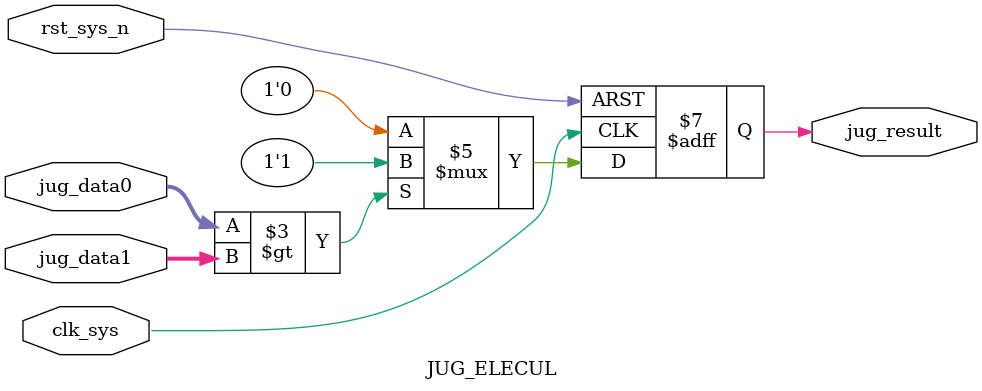
<source format=v>
`timescale 1 ns / 1 ns
`include "DEFINES.v"

module JUG_ELECUL 
    (
        rst_sys_n               ,   
        clk_sys                 ,   
  
        jug_data0               ,   
        jug_data1                ,   
        jug_result

    ) ;
    
/**********************************************************************************\
***************************** declare parameter ************************************
\**********************************************************************************/

/**********************************************************************************\
***************************** declare interface signal *****************************
\**********************************************************************************/
// input singal
input   wire                    rst_sys_n                           ;   
input   wire                    clk_sys                             ;   

input   wire    [15:0]          jug_data0                           ;   
input   wire    [15:0]          jug_data1                           ;   
// output signal
output  reg                     jug_result                          ;   
/**********************************************************************************\
**************************** declare singal attribute ******************************
\**********************************************************************************/
// wire signal
// reg signal             

/**********************************************************************************\
******************************** debug code ****************************************

/**********************************************************************************\
********************************* main code ****************************************
\**********************************************************************************/
always @ ( posedge clk_sys or negedge rst_sys_n ) begin
    if( rst_sys_n == 1'b0 ) begin
        jug_result <= 1'b0 ;
    end
    else begin
        if ( jug_data0 > jug_data1 ) begin
            jug_result <= 1'b1 ;
        end
        else begin
            jug_result <= 1'b0 ;
        end
    end
end

endmodule

</source>
